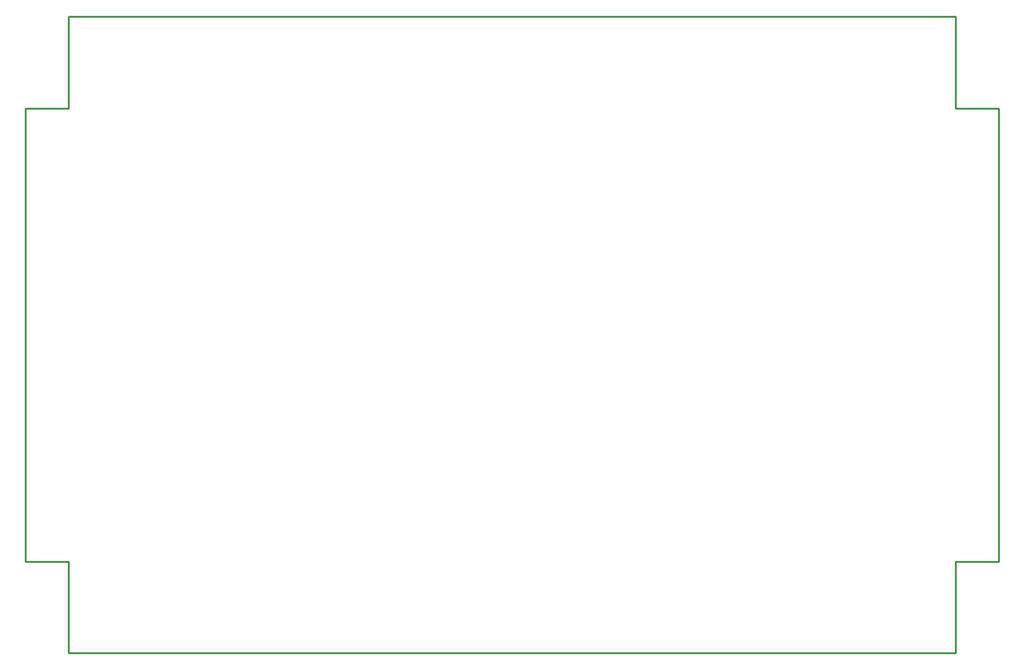
<source format=gko>
G04*
G04 #@! TF.GenerationSoftware,Altium Limited,Altium Designer,19.1.8 (144)*
G04*
G04 Layer_Color=16711935*
%FSLAX25Y25*%
%MOIN*%
G70*
G01*
G75*
%ADD12C,0.01000*%
D12*
X22638Y334646D02*
X489173D01*
Y286378D02*
Y334646D01*
Y286378D02*
X511811D01*
Y48268D02*
Y286378D01*
X-0D02*
X22638D01*
Y334646D01*
X-0Y48268D02*
Y286378D01*
X489173Y48268D02*
X511811D01*
X489173Y-0D02*
Y48268D01*
X22638Y-0D02*
X489173D01*
X22638D02*
Y48268D01*
X-0D02*
X22638D01*
M02*

</source>
